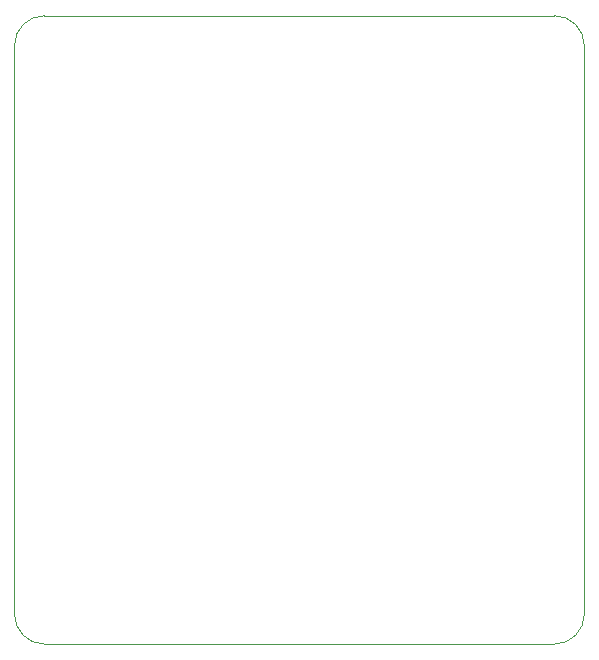
<source format=gbr>
%TF.GenerationSoftware,Altium Limited,Altium Designer,24.10.1 (45)*%
G04 Layer_Color=0*
%FSLAX45Y45*%
%MOMM*%
%TF.SameCoordinates,4DA1E9EC-797C-4A4C-9375-46A5AD340D12*%
%TF.FilePolarity,Positive*%
%TF.FileFunction,Profile,NP*%
%TF.Part,Single*%
G01*
G75*
%TA.AperFunction,Profile*%
%ADD67C,0.02540*%
D67*
X4572000Y5092700D02*
G02*
X4826000Y4838700I0J-254000D01*
G01*
Y25400D01*
D02*
G02*
X4572000Y-228600I-254000J0D01*
G01*
X254000D01*
D02*
G02*
X0Y25400I0J254000D01*
G01*
Y4838700D01*
D02*
G02*
X254000Y5092700I254000J0D01*
G01*
D01*
X4572000D01*
%TF.MD5,5c1f886cadc5f9b210a2a362c7bd9ff8*%
M02*

</source>
